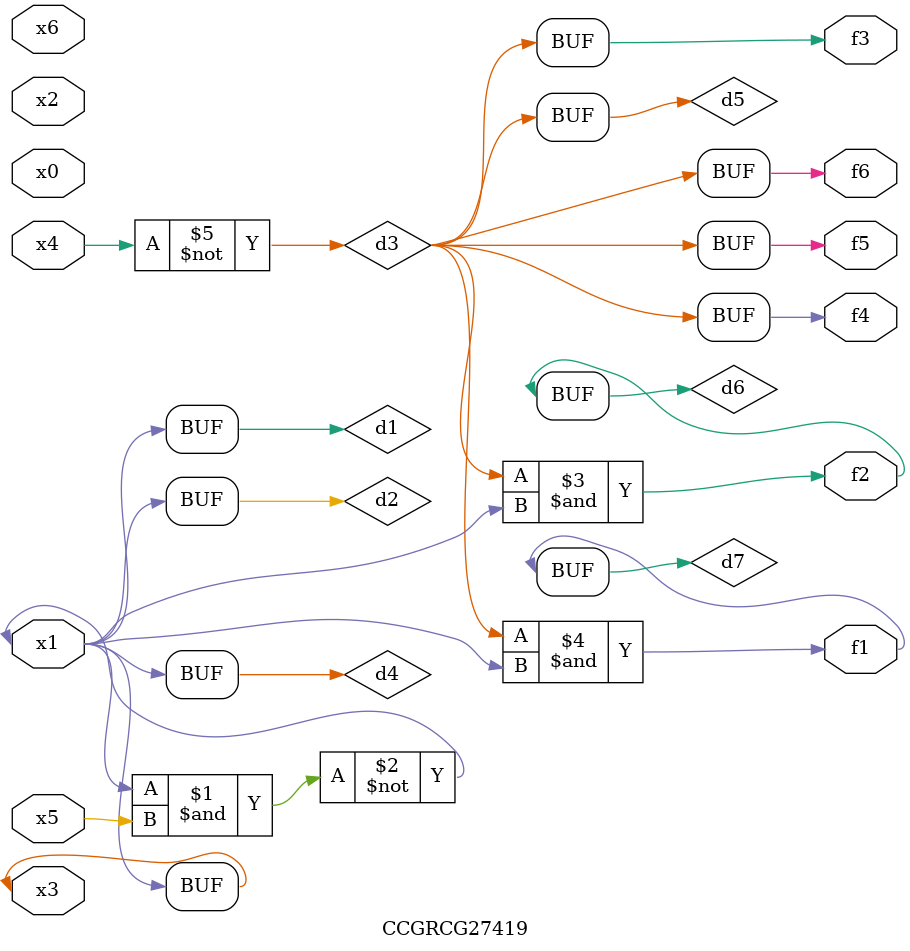
<source format=v>
module CCGRCG27419(
	input x0, x1, x2, x3, x4, x5, x6,
	output f1, f2, f3, f4, f5, f6
);

	wire d1, d2, d3, d4, d5, d6, d7;

	buf (d1, x1, x3);
	nand (d2, x1, x5);
	not (d3, x4);
	buf (d4, d1, d2);
	buf (d5, d3);
	and (d6, d3, d4);
	and (d7, d3, d4);
	assign f1 = d7;
	assign f2 = d6;
	assign f3 = d5;
	assign f4 = d5;
	assign f5 = d5;
	assign f6 = d5;
endmodule

</source>
